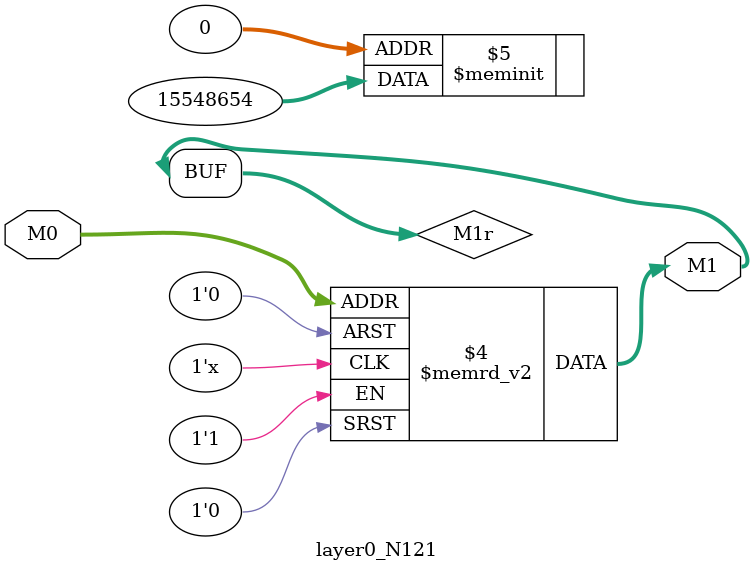
<source format=v>
module layer0_N121 ( input [3:0] M0, output [1:0] M1 );

	(*rom_style = "distributed" *) reg [1:0] M1r;
	assign M1 = M1r;
	always @ (M0) begin
		case (M0)
			4'b0000: M1r = 2'b10;
			4'b1000: M1r = 2'b01;
			4'b0100: M1r = 2'b00;
			4'b1100: M1r = 2'b00;
			4'b0010: M1r = 2'b10;
			4'b1010: M1r = 2'b10;
			4'b0110: M1r = 2'b00;
			4'b1110: M1r = 2'b00;
			4'b0001: M1r = 2'b11;
			4'b1001: M1r = 2'b11;
			4'b0101: M1r = 2'b00;
			4'b1101: M1r = 2'b00;
			4'b0011: M1r = 2'b11;
			4'b1011: M1r = 2'b11;
			4'b0111: M1r = 2'b01;
			4'b1111: M1r = 2'b00;

		endcase
	end
endmodule

</source>
